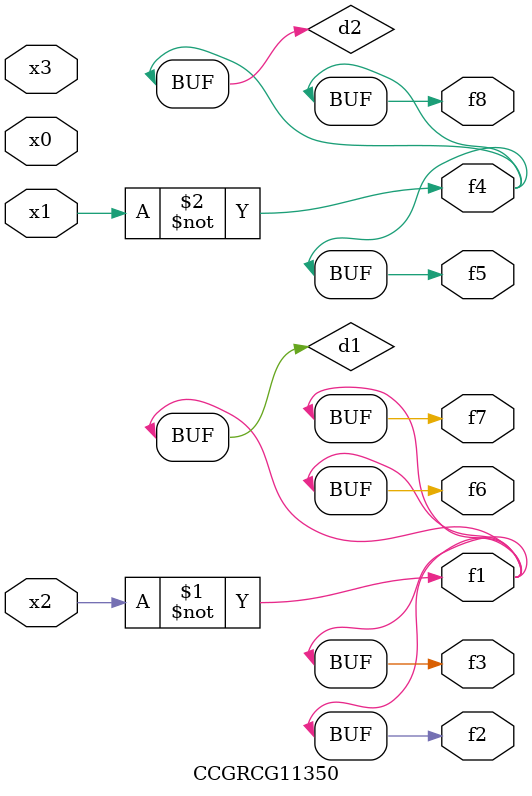
<source format=v>
module CCGRCG11350(
	input x0, x1, x2, x3,
	output f1, f2, f3, f4, f5, f6, f7, f8
);

	wire d1, d2;

	xnor (d1, x2);
	not (d2, x1);
	assign f1 = d1;
	assign f2 = d1;
	assign f3 = d1;
	assign f4 = d2;
	assign f5 = d2;
	assign f6 = d1;
	assign f7 = d1;
	assign f8 = d2;
endmodule

</source>
